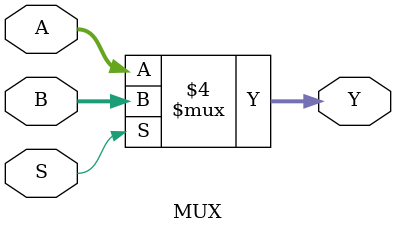
<source format=v>
`timescale 1ns / 1ps
/* *********************************************************************************
*	Module name: MUX.v
*	Description: This code implements the logic for a typical 7sd to display '0' to
*					 'F' on two 7sd, each indepently controlled and based on two groups
*					 of select input switches.
*
*	Author				Date						Revision		Comments	
***************************************************************
*	Leonardo Fusser	27 September 2021		v1.0.0		Created MUX.v file.
*	Leonardo Fusser	4 October 2021			v1.0.1		Completed MUX.v file.
*
*************************************************************************************/

module MUX(
	 input [3:0] A,		//4-bit mux input.
    input [3:0] B,		//4-bit mux input.
    input [0:0] S,		//1-bit mux select input.
    output reg [3:0] Y	//4-bit mux output.
    );
	 
	/*MUX logic*/
	always @(*)
		if(S == 0)		//If mux select bit = 0...
			begin 
				Y = A;	//Mux output = value stored in A.
			end	
		else				//If mux select bit = 1...
			begin
				Y = B;	//Mux output = value stored in B.
			end
			
endmodule

</source>
